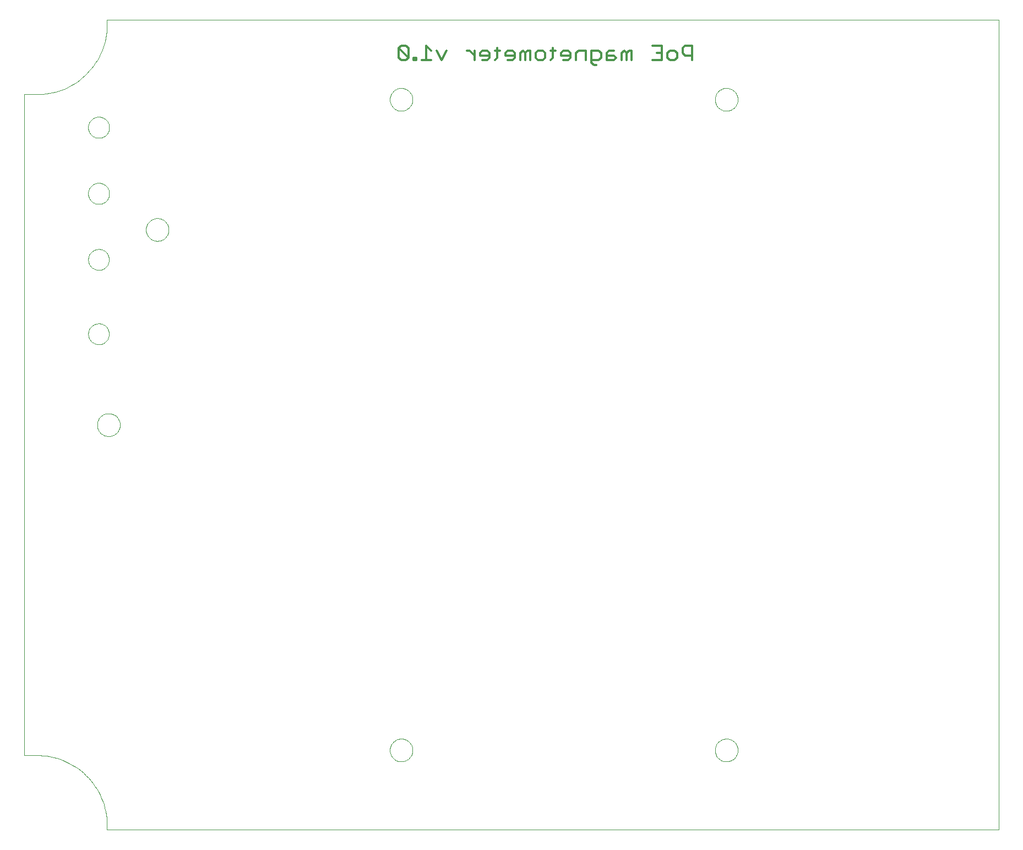
<source format=gbo>
G75*
G70*
%OFA0B0*%
%FSLAX24Y24*%
%IPPOS*%
%LPD*%
%AMOC8*
5,1,8,0,0,1.08239X$1,22.5*
%
%ADD10C,0.0120*%
%ADD11C,0.0000*%
D10*
X025987Y049735D02*
X026280Y049735D01*
X026427Y049882D01*
X025840Y050469D01*
X025840Y049882D01*
X025987Y049735D01*
X026427Y049882D02*
X026427Y050469D01*
X026280Y050616D01*
X025987Y050616D01*
X025840Y050469D01*
X026741Y049882D02*
X026741Y049735D01*
X026887Y049735D01*
X026887Y049882D01*
X026741Y049882D01*
X027221Y049735D02*
X027808Y049735D01*
X027515Y049735D02*
X027515Y050616D01*
X027808Y050322D01*
X028142Y050322D02*
X028435Y049735D01*
X028729Y050322D01*
X029977Y050322D02*
X030123Y050322D01*
X030417Y050029D01*
X030417Y050322D02*
X030417Y049735D01*
X030751Y050029D02*
X031338Y050029D01*
X031338Y050175D02*
X031191Y050322D01*
X030897Y050322D01*
X030751Y050175D01*
X030751Y050029D01*
X030897Y049735D02*
X031191Y049735D01*
X031338Y049882D01*
X031338Y050175D01*
X031658Y050322D02*
X031952Y050322D01*
X031805Y050469D02*
X031805Y049882D01*
X031658Y049735D01*
X032285Y050029D02*
X032872Y050029D01*
X032872Y050175D02*
X032726Y050322D01*
X032432Y050322D01*
X032285Y050175D01*
X032285Y050029D01*
X032432Y049735D02*
X032726Y049735D01*
X032872Y049882D01*
X032872Y050175D01*
X033206Y050175D02*
X033206Y049735D01*
X033500Y049735D02*
X033500Y050175D01*
X033353Y050322D01*
X033206Y050175D01*
X033500Y050175D02*
X033646Y050322D01*
X033793Y050322D01*
X033793Y049735D01*
X034127Y049882D02*
X034127Y050175D01*
X034274Y050322D01*
X034567Y050322D01*
X034714Y050175D01*
X034714Y049882D01*
X034567Y049735D01*
X034274Y049735D01*
X034127Y049882D01*
X035034Y049735D02*
X035181Y049882D01*
X035181Y050469D01*
X035328Y050322D02*
X035034Y050322D01*
X035662Y050175D02*
X035662Y050029D01*
X036249Y050029D01*
X036249Y050175D02*
X036102Y050322D01*
X035808Y050322D01*
X035662Y050175D01*
X035808Y049735D02*
X036102Y049735D01*
X036249Y049882D01*
X036249Y050175D01*
X036582Y050175D02*
X036582Y049735D01*
X036582Y050175D02*
X036729Y050322D01*
X037169Y050322D01*
X037169Y049735D01*
X037503Y049735D02*
X037943Y049735D01*
X038090Y049882D01*
X038090Y050175D01*
X037943Y050322D01*
X037503Y050322D01*
X037503Y049588D01*
X037650Y049441D01*
X037797Y049441D01*
X038424Y049735D02*
X038424Y050175D01*
X038571Y050322D01*
X038864Y050322D01*
X038864Y050029D02*
X038424Y050029D01*
X038424Y049735D02*
X038864Y049735D01*
X039011Y049882D01*
X038864Y050029D01*
X039345Y050175D02*
X039345Y049735D01*
X039638Y049735D02*
X039638Y050175D01*
X039491Y050322D01*
X039345Y050175D01*
X039638Y050175D02*
X039785Y050322D01*
X039932Y050322D01*
X039932Y049735D01*
X041186Y049735D02*
X041773Y049735D01*
X041773Y050616D01*
X041186Y050616D01*
X041480Y050175D02*
X041773Y050175D01*
X042107Y050175D02*
X042254Y050322D01*
X042547Y050322D01*
X042694Y050175D01*
X042694Y049882D01*
X042547Y049735D01*
X042254Y049735D01*
X042107Y049882D01*
X042107Y050175D01*
X043028Y050175D02*
X043028Y050469D01*
X043175Y050616D01*
X043615Y050616D01*
X043615Y049735D01*
X043615Y050029D02*
X043175Y050029D01*
X043028Y050175D01*
D11*
X003675Y007675D02*
X003884Y007682D01*
X004093Y007679D01*
X004301Y007665D01*
X004509Y007642D01*
X004715Y007608D01*
X004919Y007564D01*
X005121Y007510D01*
X005320Y007447D01*
X005516Y007374D01*
X005708Y007291D01*
X005895Y007199D01*
X006078Y007097D01*
X006256Y006987D01*
X006428Y006869D01*
X006594Y006742D01*
X006753Y006607D01*
X006906Y006464D01*
X007051Y006314D01*
X007189Y006157D01*
X007320Y005994D01*
X007442Y005824D01*
X007555Y005649D01*
X007660Y005468D01*
X007756Y005282D01*
X007842Y005092D01*
X007919Y004898D01*
X007987Y004700D01*
X008044Y004499D01*
X008092Y004296D01*
X008130Y004090D01*
X008157Y003883D01*
X008175Y003675D01*
X008175Y003175D01*
X062175Y003175D01*
X062175Y052175D01*
X008175Y052175D01*
X008175Y051675D01*
X008158Y051473D01*
X008132Y051272D01*
X008096Y051073D01*
X008051Y050875D01*
X007996Y050680D01*
X007932Y050488D01*
X007859Y050299D01*
X007777Y050113D01*
X007687Y049932D01*
X007588Y049756D01*
X007480Y049584D01*
X007365Y049417D01*
X007242Y049256D01*
X007111Y049102D01*
X006973Y048953D01*
X006828Y048811D01*
X006677Y048677D01*
X006519Y048550D01*
X006355Y048430D01*
X006186Y048318D01*
X006012Y048215D01*
X005833Y048120D01*
X005650Y048033D01*
X005463Y047956D01*
X005272Y047887D01*
X005079Y047827D01*
X004882Y047777D01*
X004684Y047736D01*
X004484Y047705D01*
X004282Y047683D01*
X004080Y047671D01*
X003878Y047668D01*
X003675Y047675D01*
X003175Y047675D01*
X003175Y007675D01*
X003675Y007675D01*
X025301Y007990D02*
X025303Y008042D01*
X025309Y008094D01*
X025319Y008145D01*
X025332Y008195D01*
X025350Y008245D01*
X025371Y008292D01*
X025395Y008338D01*
X025424Y008382D01*
X025455Y008424D01*
X025489Y008463D01*
X025526Y008500D01*
X025566Y008533D01*
X025609Y008564D01*
X025653Y008591D01*
X025699Y008615D01*
X025748Y008635D01*
X025797Y008651D01*
X025848Y008664D01*
X025899Y008673D01*
X025951Y008678D01*
X026003Y008679D01*
X026055Y008676D01*
X026107Y008669D01*
X026158Y008658D01*
X026208Y008644D01*
X026257Y008625D01*
X026304Y008603D01*
X026349Y008578D01*
X026393Y008549D01*
X026434Y008517D01*
X026473Y008482D01*
X026508Y008444D01*
X026541Y008403D01*
X026571Y008361D01*
X026597Y008316D01*
X026620Y008269D01*
X026639Y008220D01*
X026655Y008170D01*
X026667Y008120D01*
X026675Y008068D01*
X026679Y008016D01*
X026679Y007964D01*
X026675Y007912D01*
X026667Y007860D01*
X026655Y007810D01*
X026639Y007760D01*
X026620Y007711D01*
X026597Y007664D01*
X026571Y007619D01*
X026541Y007577D01*
X026508Y007536D01*
X026473Y007498D01*
X026434Y007463D01*
X026393Y007431D01*
X026349Y007402D01*
X026304Y007377D01*
X026257Y007355D01*
X026208Y007336D01*
X026158Y007322D01*
X026107Y007311D01*
X026055Y007304D01*
X026003Y007301D01*
X025951Y007302D01*
X025899Y007307D01*
X025848Y007316D01*
X025797Y007329D01*
X025748Y007345D01*
X025699Y007365D01*
X025653Y007389D01*
X025609Y007416D01*
X025566Y007447D01*
X025526Y007480D01*
X025489Y007517D01*
X025455Y007556D01*
X025424Y007598D01*
X025395Y007642D01*
X025371Y007688D01*
X025350Y007735D01*
X025332Y007785D01*
X025319Y007835D01*
X025309Y007886D01*
X025303Y007938D01*
X025301Y007990D01*
X044986Y007990D02*
X044988Y008042D01*
X044994Y008094D01*
X045004Y008145D01*
X045017Y008195D01*
X045035Y008245D01*
X045056Y008292D01*
X045080Y008338D01*
X045109Y008382D01*
X045140Y008424D01*
X045174Y008463D01*
X045211Y008500D01*
X045251Y008533D01*
X045294Y008564D01*
X045338Y008591D01*
X045384Y008615D01*
X045433Y008635D01*
X045482Y008651D01*
X045533Y008664D01*
X045584Y008673D01*
X045636Y008678D01*
X045688Y008679D01*
X045740Y008676D01*
X045792Y008669D01*
X045843Y008658D01*
X045893Y008644D01*
X045942Y008625D01*
X045989Y008603D01*
X046034Y008578D01*
X046078Y008549D01*
X046119Y008517D01*
X046158Y008482D01*
X046193Y008444D01*
X046226Y008403D01*
X046256Y008361D01*
X046282Y008316D01*
X046305Y008269D01*
X046324Y008220D01*
X046340Y008170D01*
X046352Y008120D01*
X046360Y008068D01*
X046364Y008016D01*
X046364Y007964D01*
X046360Y007912D01*
X046352Y007860D01*
X046340Y007810D01*
X046324Y007760D01*
X046305Y007711D01*
X046282Y007664D01*
X046256Y007619D01*
X046226Y007577D01*
X046193Y007536D01*
X046158Y007498D01*
X046119Y007463D01*
X046078Y007431D01*
X046034Y007402D01*
X045989Y007377D01*
X045942Y007355D01*
X045893Y007336D01*
X045843Y007322D01*
X045792Y007311D01*
X045740Y007304D01*
X045688Y007301D01*
X045636Y007302D01*
X045584Y007307D01*
X045533Y007316D01*
X045482Y007329D01*
X045433Y007345D01*
X045384Y007365D01*
X045338Y007389D01*
X045294Y007416D01*
X045251Y007447D01*
X045211Y007480D01*
X045174Y007517D01*
X045140Y007556D01*
X045109Y007598D01*
X045080Y007642D01*
X045056Y007688D01*
X045035Y007735D01*
X045017Y007785D01*
X045004Y007835D01*
X044994Y007886D01*
X044988Y007938D01*
X044986Y007990D01*
X007584Y027675D02*
X007586Y027727D01*
X007592Y027779D01*
X007602Y027830D01*
X007615Y027880D01*
X007633Y027930D01*
X007654Y027977D01*
X007678Y028023D01*
X007707Y028067D01*
X007738Y028109D01*
X007772Y028148D01*
X007809Y028185D01*
X007849Y028218D01*
X007892Y028249D01*
X007936Y028276D01*
X007982Y028300D01*
X008031Y028320D01*
X008080Y028336D01*
X008131Y028349D01*
X008182Y028358D01*
X008234Y028363D01*
X008286Y028364D01*
X008338Y028361D01*
X008390Y028354D01*
X008441Y028343D01*
X008491Y028329D01*
X008540Y028310D01*
X008587Y028288D01*
X008632Y028263D01*
X008676Y028234D01*
X008717Y028202D01*
X008756Y028167D01*
X008791Y028129D01*
X008824Y028088D01*
X008854Y028046D01*
X008880Y028001D01*
X008903Y027954D01*
X008922Y027905D01*
X008938Y027855D01*
X008950Y027805D01*
X008958Y027753D01*
X008962Y027701D01*
X008962Y027649D01*
X008958Y027597D01*
X008950Y027545D01*
X008938Y027495D01*
X008922Y027445D01*
X008903Y027396D01*
X008880Y027349D01*
X008854Y027304D01*
X008824Y027262D01*
X008791Y027221D01*
X008756Y027183D01*
X008717Y027148D01*
X008676Y027116D01*
X008632Y027087D01*
X008587Y027062D01*
X008540Y027040D01*
X008491Y027021D01*
X008441Y027007D01*
X008390Y026996D01*
X008338Y026989D01*
X008286Y026986D01*
X008234Y026987D01*
X008182Y026992D01*
X008131Y027001D01*
X008080Y027014D01*
X008031Y027030D01*
X007982Y027050D01*
X007936Y027074D01*
X007892Y027101D01*
X007849Y027132D01*
X007809Y027165D01*
X007772Y027202D01*
X007738Y027241D01*
X007707Y027283D01*
X007678Y027327D01*
X007654Y027373D01*
X007633Y027420D01*
X007615Y027470D01*
X007602Y027520D01*
X007592Y027571D01*
X007586Y027623D01*
X007584Y027675D01*
X007045Y033175D02*
X007047Y033225D01*
X007053Y033275D01*
X007063Y033324D01*
X007077Y033372D01*
X007094Y033419D01*
X007115Y033464D01*
X007140Y033508D01*
X007168Y033549D01*
X007200Y033588D01*
X007234Y033625D01*
X007271Y033659D01*
X007311Y033689D01*
X007353Y033716D01*
X007397Y033740D01*
X007443Y033761D01*
X007490Y033777D01*
X007538Y033790D01*
X007588Y033799D01*
X007637Y033804D01*
X007688Y033805D01*
X007738Y033802D01*
X007787Y033795D01*
X007836Y033784D01*
X007884Y033769D01*
X007930Y033751D01*
X007975Y033729D01*
X008018Y033703D01*
X008059Y033674D01*
X008098Y033642D01*
X008134Y033607D01*
X008166Y033569D01*
X008196Y033529D01*
X008223Y033486D01*
X008246Y033442D01*
X008265Y033396D01*
X008281Y033348D01*
X008293Y033299D01*
X008301Y033250D01*
X008305Y033200D01*
X008305Y033150D01*
X008301Y033100D01*
X008293Y033051D01*
X008281Y033002D01*
X008265Y032954D01*
X008246Y032908D01*
X008223Y032864D01*
X008196Y032821D01*
X008166Y032781D01*
X008134Y032743D01*
X008098Y032708D01*
X008059Y032676D01*
X008018Y032647D01*
X007975Y032621D01*
X007930Y032599D01*
X007884Y032581D01*
X007836Y032566D01*
X007787Y032555D01*
X007738Y032548D01*
X007688Y032545D01*
X007637Y032546D01*
X007588Y032551D01*
X007538Y032560D01*
X007490Y032573D01*
X007443Y032589D01*
X007397Y032610D01*
X007353Y032634D01*
X007311Y032661D01*
X007271Y032691D01*
X007234Y032725D01*
X007200Y032762D01*
X007168Y032801D01*
X007140Y032842D01*
X007115Y032886D01*
X007094Y032931D01*
X007077Y032978D01*
X007063Y033026D01*
X007053Y033075D01*
X007047Y033125D01*
X007045Y033175D01*
X007045Y037675D02*
X007047Y037725D01*
X007053Y037775D01*
X007063Y037824D01*
X007077Y037872D01*
X007094Y037919D01*
X007115Y037964D01*
X007140Y038008D01*
X007168Y038049D01*
X007200Y038088D01*
X007234Y038125D01*
X007271Y038159D01*
X007311Y038189D01*
X007353Y038216D01*
X007397Y038240D01*
X007443Y038261D01*
X007490Y038277D01*
X007538Y038290D01*
X007588Y038299D01*
X007637Y038304D01*
X007688Y038305D01*
X007738Y038302D01*
X007787Y038295D01*
X007836Y038284D01*
X007884Y038269D01*
X007930Y038251D01*
X007975Y038229D01*
X008018Y038203D01*
X008059Y038174D01*
X008098Y038142D01*
X008134Y038107D01*
X008166Y038069D01*
X008196Y038029D01*
X008223Y037986D01*
X008246Y037942D01*
X008265Y037896D01*
X008281Y037848D01*
X008293Y037799D01*
X008301Y037750D01*
X008305Y037700D01*
X008305Y037650D01*
X008301Y037600D01*
X008293Y037551D01*
X008281Y037502D01*
X008265Y037454D01*
X008246Y037408D01*
X008223Y037364D01*
X008196Y037321D01*
X008166Y037281D01*
X008134Y037243D01*
X008098Y037208D01*
X008059Y037176D01*
X008018Y037147D01*
X007975Y037121D01*
X007930Y037099D01*
X007884Y037081D01*
X007836Y037066D01*
X007787Y037055D01*
X007738Y037048D01*
X007688Y037045D01*
X007637Y037046D01*
X007588Y037051D01*
X007538Y037060D01*
X007490Y037073D01*
X007443Y037089D01*
X007397Y037110D01*
X007353Y037134D01*
X007311Y037161D01*
X007271Y037191D01*
X007234Y037225D01*
X007200Y037262D01*
X007168Y037301D01*
X007140Y037342D01*
X007115Y037386D01*
X007094Y037431D01*
X007077Y037478D01*
X007063Y037526D01*
X007053Y037575D01*
X007047Y037625D01*
X007045Y037675D01*
X010537Y039486D02*
X010539Y039538D01*
X010545Y039590D01*
X010555Y039641D01*
X010568Y039691D01*
X010586Y039741D01*
X010607Y039788D01*
X010631Y039834D01*
X010660Y039878D01*
X010691Y039920D01*
X010725Y039959D01*
X010762Y039996D01*
X010802Y040029D01*
X010845Y040060D01*
X010889Y040087D01*
X010935Y040111D01*
X010984Y040131D01*
X011033Y040147D01*
X011084Y040160D01*
X011135Y040169D01*
X011187Y040174D01*
X011239Y040175D01*
X011291Y040172D01*
X011343Y040165D01*
X011394Y040154D01*
X011444Y040140D01*
X011493Y040121D01*
X011540Y040099D01*
X011585Y040074D01*
X011629Y040045D01*
X011670Y040013D01*
X011709Y039978D01*
X011744Y039940D01*
X011777Y039899D01*
X011807Y039857D01*
X011833Y039812D01*
X011856Y039765D01*
X011875Y039716D01*
X011891Y039666D01*
X011903Y039616D01*
X011911Y039564D01*
X011915Y039512D01*
X011915Y039460D01*
X011911Y039408D01*
X011903Y039356D01*
X011891Y039306D01*
X011875Y039256D01*
X011856Y039207D01*
X011833Y039160D01*
X011807Y039115D01*
X011777Y039073D01*
X011744Y039032D01*
X011709Y038994D01*
X011670Y038959D01*
X011629Y038927D01*
X011585Y038898D01*
X011540Y038873D01*
X011493Y038851D01*
X011444Y038832D01*
X011394Y038818D01*
X011343Y038807D01*
X011291Y038800D01*
X011239Y038797D01*
X011187Y038798D01*
X011135Y038803D01*
X011084Y038812D01*
X011033Y038825D01*
X010984Y038841D01*
X010935Y038861D01*
X010889Y038885D01*
X010845Y038912D01*
X010802Y038943D01*
X010762Y038976D01*
X010725Y039013D01*
X010691Y039052D01*
X010660Y039094D01*
X010631Y039138D01*
X010607Y039184D01*
X010586Y039231D01*
X010568Y039281D01*
X010555Y039331D01*
X010545Y039382D01*
X010539Y039434D01*
X010537Y039486D01*
X007035Y041675D02*
X007037Y041725D01*
X007043Y041775D01*
X007053Y041824D01*
X007066Y041873D01*
X007084Y041920D01*
X007105Y041966D01*
X007129Y042009D01*
X007157Y042051D01*
X007188Y042091D01*
X007222Y042128D01*
X007259Y042162D01*
X007299Y042193D01*
X007341Y042221D01*
X007384Y042245D01*
X007430Y042266D01*
X007477Y042284D01*
X007526Y042297D01*
X007575Y042307D01*
X007625Y042313D01*
X007675Y042315D01*
X007725Y042313D01*
X007775Y042307D01*
X007824Y042297D01*
X007873Y042284D01*
X007920Y042266D01*
X007966Y042245D01*
X008009Y042221D01*
X008051Y042193D01*
X008091Y042162D01*
X008128Y042128D01*
X008162Y042091D01*
X008193Y042051D01*
X008221Y042009D01*
X008245Y041966D01*
X008266Y041920D01*
X008284Y041873D01*
X008297Y041824D01*
X008307Y041775D01*
X008313Y041725D01*
X008315Y041675D01*
X008313Y041625D01*
X008307Y041575D01*
X008297Y041526D01*
X008284Y041477D01*
X008266Y041430D01*
X008245Y041384D01*
X008221Y041341D01*
X008193Y041299D01*
X008162Y041259D01*
X008128Y041222D01*
X008091Y041188D01*
X008051Y041157D01*
X008009Y041129D01*
X007966Y041105D01*
X007920Y041084D01*
X007873Y041066D01*
X007824Y041053D01*
X007775Y041043D01*
X007725Y041037D01*
X007675Y041035D01*
X007625Y041037D01*
X007575Y041043D01*
X007526Y041053D01*
X007477Y041066D01*
X007430Y041084D01*
X007384Y041105D01*
X007341Y041129D01*
X007299Y041157D01*
X007259Y041188D01*
X007222Y041222D01*
X007188Y041259D01*
X007157Y041299D01*
X007129Y041341D01*
X007105Y041384D01*
X007084Y041430D01*
X007066Y041477D01*
X007053Y041526D01*
X007043Y041575D01*
X007037Y041625D01*
X007035Y041675D01*
X007035Y045675D02*
X007037Y045725D01*
X007043Y045775D01*
X007053Y045824D01*
X007066Y045873D01*
X007084Y045920D01*
X007105Y045966D01*
X007129Y046009D01*
X007157Y046051D01*
X007188Y046091D01*
X007222Y046128D01*
X007259Y046162D01*
X007299Y046193D01*
X007341Y046221D01*
X007384Y046245D01*
X007430Y046266D01*
X007477Y046284D01*
X007526Y046297D01*
X007575Y046307D01*
X007625Y046313D01*
X007675Y046315D01*
X007725Y046313D01*
X007775Y046307D01*
X007824Y046297D01*
X007873Y046284D01*
X007920Y046266D01*
X007966Y046245D01*
X008009Y046221D01*
X008051Y046193D01*
X008091Y046162D01*
X008128Y046128D01*
X008162Y046091D01*
X008193Y046051D01*
X008221Y046009D01*
X008245Y045966D01*
X008266Y045920D01*
X008284Y045873D01*
X008297Y045824D01*
X008307Y045775D01*
X008313Y045725D01*
X008315Y045675D01*
X008313Y045625D01*
X008307Y045575D01*
X008297Y045526D01*
X008284Y045477D01*
X008266Y045430D01*
X008245Y045384D01*
X008221Y045341D01*
X008193Y045299D01*
X008162Y045259D01*
X008128Y045222D01*
X008091Y045188D01*
X008051Y045157D01*
X008009Y045129D01*
X007966Y045105D01*
X007920Y045084D01*
X007873Y045066D01*
X007824Y045053D01*
X007775Y045043D01*
X007725Y045037D01*
X007675Y045035D01*
X007625Y045037D01*
X007575Y045043D01*
X007526Y045053D01*
X007477Y045066D01*
X007430Y045084D01*
X007384Y045105D01*
X007341Y045129D01*
X007299Y045157D01*
X007259Y045188D01*
X007222Y045222D01*
X007188Y045259D01*
X007157Y045299D01*
X007129Y045341D01*
X007105Y045384D01*
X007084Y045430D01*
X007066Y045477D01*
X007053Y045526D01*
X007043Y045575D01*
X007037Y045625D01*
X007035Y045675D01*
X025301Y047360D02*
X025303Y047412D01*
X025309Y047464D01*
X025319Y047515D01*
X025332Y047565D01*
X025350Y047615D01*
X025371Y047662D01*
X025395Y047708D01*
X025424Y047752D01*
X025455Y047794D01*
X025489Y047833D01*
X025526Y047870D01*
X025566Y047903D01*
X025609Y047934D01*
X025653Y047961D01*
X025699Y047985D01*
X025748Y048005D01*
X025797Y048021D01*
X025848Y048034D01*
X025899Y048043D01*
X025951Y048048D01*
X026003Y048049D01*
X026055Y048046D01*
X026107Y048039D01*
X026158Y048028D01*
X026208Y048014D01*
X026257Y047995D01*
X026304Y047973D01*
X026349Y047948D01*
X026393Y047919D01*
X026434Y047887D01*
X026473Y047852D01*
X026508Y047814D01*
X026541Y047773D01*
X026571Y047731D01*
X026597Y047686D01*
X026620Y047639D01*
X026639Y047590D01*
X026655Y047540D01*
X026667Y047490D01*
X026675Y047438D01*
X026679Y047386D01*
X026679Y047334D01*
X026675Y047282D01*
X026667Y047230D01*
X026655Y047180D01*
X026639Y047130D01*
X026620Y047081D01*
X026597Y047034D01*
X026571Y046989D01*
X026541Y046947D01*
X026508Y046906D01*
X026473Y046868D01*
X026434Y046833D01*
X026393Y046801D01*
X026349Y046772D01*
X026304Y046747D01*
X026257Y046725D01*
X026208Y046706D01*
X026158Y046692D01*
X026107Y046681D01*
X026055Y046674D01*
X026003Y046671D01*
X025951Y046672D01*
X025899Y046677D01*
X025848Y046686D01*
X025797Y046699D01*
X025748Y046715D01*
X025699Y046735D01*
X025653Y046759D01*
X025609Y046786D01*
X025566Y046817D01*
X025526Y046850D01*
X025489Y046887D01*
X025455Y046926D01*
X025424Y046968D01*
X025395Y047012D01*
X025371Y047058D01*
X025350Y047105D01*
X025332Y047155D01*
X025319Y047205D01*
X025309Y047256D01*
X025303Y047308D01*
X025301Y047360D01*
X044986Y047360D02*
X044988Y047412D01*
X044994Y047464D01*
X045004Y047515D01*
X045017Y047565D01*
X045035Y047615D01*
X045056Y047662D01*
X045080Y047708D01*
X045109Y047752D01*
X045140Y047794D01*
X045174Y047833D01*
X045211Y047870D01*
X045251Y047903D01*
X045294Y047934D01*
X045338Y047961D01*
X045384Y047985D01*
X045433Y048005D01*
X045482Y048021D01*
X045533Y048034D01*
X045584Y048043D01*
X045636Y048048D01*
X045688Y048049D01*
X045740Y048046D01*
X045792Y048039D01*
X045843Y048028D01*
X045893Y048014D01*
X045942Y047995D01*
X045989Y047973D01*
X046034Y047948D01*
X046078Y047919D01*
X046119Y047887D01*
X046158Y047852D01*
X046193Y047814D01*
X046226Y047773D01*
X046256Y047731D01*
X046282Y047686D01*
X046305Y047639D01*
X046324Y047590D01*
X046340Y047540D01*
X046352Y047490D01*
X046360Y047438D01*
X046364Y047386D01*
X046364Y047334D01*
X046360Y047282D01*
X046352Y047230D01*
X046340Y047180D01*
X046324Y047130D01*
X046305Y047081D01*
X046282Y047034D01*
X046256Y046989D01*
X046226Y046947D01*
X046193Y046906D01*
X046158Y046868D01*
X046119Y046833D01*
X046078Y046801D01*
X046034Y046772D01*
X045989Y046747D01*
X045942Y046725D01*
X045893Y046706D01*
X045843Y046692D01*
X045792Y046681D01*
X045740Y046674D01*
X045688Y046671D01*
X045636Y046672D01*
X045584Y046677D01*
X045533Y046686D01*
X045482Y046699D01*
X045433Y046715D01*
X045384Y046735D01*
X045338Y046759D01*
X045294Y046786D01*
X045251Y046817D01*
X045211Y046850D01*
X045174Y046887D01*
X045140Y046926D01*
X045109Y046968D01*
X045080Y047012D01*
X045056Y047058D01*
X045035Y047105D01*
X045017Y047155D01*
X045004Y047205D01*
X044994Y047256D01*
X044988Y047308D01*
X044986Y047360D01*
M02*

</source>
